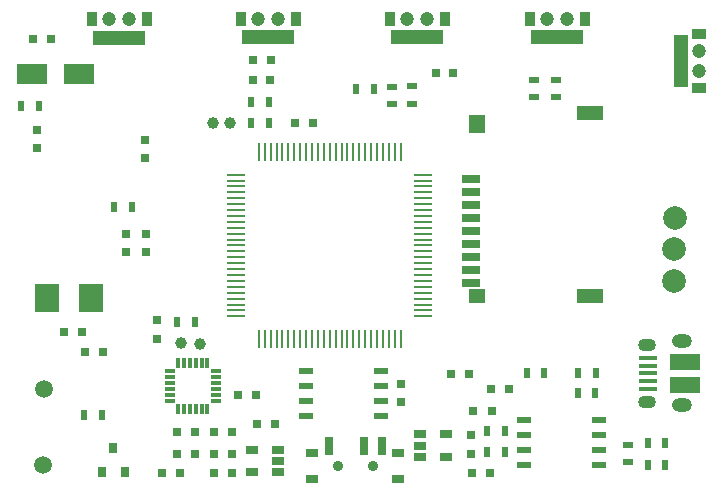
<source format=gbr>
G04 #@! TF.FileFunction,Soldermask,Top*
%FSLAX46Y46*%
G04 Gerber Fmt 4.6, Leading zero omitted, Abs format (unit mm)*
G04 Created by KiCad (PCBNEW 4.0.4-stable) date Tue Feb 14 10:30:05 2017*
%MOMM*%
%LPD*%
G01*
G04 APERTURE LIST*
%ADD10C,0.250000*%
%ADD11R,0.750000X0.800000*%
%ADD12R,0.800000X0.750000*%
%ADD13R,2.200000X1.200000*%
%ADD14R,1.400000X1.600000*%
%ADD15R,1.400000X1.200000*%
%ADD16R,1.600000X0.700000*%
%ADD17R,2.500000X1.800000*%
%ADD18R,0.800000X0.800000*%
%ADD19R,1.650000X0.400000*%
%ADD20O,1.500000X1.100000*%
%ADD21O,1.700000X1.200000*%
%ADD22R,2.500000X1.430000*%
%ADD23C,2.000000*%
%ADD24C,1.500000*%
%ADD25C,1.000000*%
%ADD26R,0.500000X0.900000*%
%ADD27R,0.900000X0.500000*%
%ADD28C,1.200000*%
%ADD29R,0.900000X1.200000*%
%ADD30R,4.500000X1.300000*%
%ADD31R,1.200000X0.900000*%
%ADD32R,1.300000X4.500000*%
%ADD33C,0.900000*%
%ADD34R,0.700000X1.500000*%
%ADD35R,1.000000X0.800000*%
%ADD36R,1.143000X0.508000*%
%ADD37R,1.060000X0.650000*%
%ADD38R,1.500000X0.280000*%
%ADD39R,0.280000X1.500000*%
%ADD40R,0.300000X0.850000*%
%ADD41R,0.850000X0.300000*%
%ADD42R,2.000000X2.400000*%
%ADD43R,0.800000X0.900000*%
G04 APERTURE END LIST*
D10*
D11*
X111780000Y-62710000D03*
X111780000Y-61210000D03*
X102620000Y-61890000D03*
X102620000Y-60390000D03*
D12*
X137690000Y-81020000D03*
X139190000Y-81020000D03*
D11*
X110150000Y-70670000D03*
X110150000Y-69170000D03*
D12*
X126022800Y-59720480D03*
X124522800Y-59720480D03*
X106470000Y-77420000D03*
X104970000Y-77420000D03*
D11*
X111860000Y-70660000D03*
X111860000Y-69160000D03*
D12*
X142583600Y-82316320D03*
X141083600Y-82316320D03*
X113250000Y-89390000D03*
X114750000Y-89390000D03*
X121310000Y-85270000D03*
X122810000Y-85270000D03*
X108240000Y-79130000D03*
X106740000Y-79130000D03*
X103790000Y-52690000D03*
X102290000Y-52690000D03*
X139458000Y-89428320D03*
X140958000Y-89428320D03*
X119130000Y-85910000D03*
X117630000Y-85910000D03*
X119130000Y-89410000D03*
X117630000Y-89410000D03*
X117630000Y-87760000D03*
X119130000Y-87760000D03*
X122410000Y-56140000D03*
X120910000Y-56140000D03*
X136400000Y-55550000D03*
X137900000Y-55550000D03*
D11*
X133500000Y-81890000D03*
X133500000Y-83390000D03*
D12*
X122430000Y-54420000D03*
X120930000Y-54420000D03*
X119646000Y-82804000D03*
X121146000Y-82804000D03*
X114510000Y-87750000D03*
X116010000Y-87750000D03*
X116020000Y-85890000D03*
X114520000Y-85890000D03*
D13*
X149485400Y-58925000D03*
X149485400Y-74425000D03*
D14*
X139885400Y-59825000D03*
D15*
X139885400Y-74425000D03*
D16*
X139385400Y-73275000D03*
X139385400Y-71075000D03*
X139385400Y-72175000D03*
X139385400Y-69975000D03*
X139385400Y-68875000D03*
X139385400Y-67775000D03*
X139385400Y-64475000D03*
X139385400Y-65575000D03*
X139385400Y-66675000D03*
D17*
X102220000Y-55600000D03*
X106220000Y-55600000D03*
D18*
X141170560Y-84185760D03*
X139570560Y-84185760D03*
X139374880Y-86210240D03*
X139374880Y-87810240D03*
X112776000Y-78016000D03*
X112776000Y-76416000D03*
D19*
X154405200Y-82242180D03*
X154405200Y-81592180D03*
X154405200Y-80942180D03*
X154405200Y-80292180D03*
X154405200Y-79642180D03*
D20*
X154285200Y-83362180D03*
X154285200Y-78522180D03*
D21*
X157285200Y-83672180D03*
X157285200Y-78212180D03*
D22*
X157525200Y-81902180D03*
X157525200Y-79982180D03*
D23*
X156630000Y-67780000D03*
D24*
X103150000Y-88740000D03*
D25*
X114800000Y-78400000D03*
X116450000Y-78450000D03*
D24*
X103210000Y-82260000D03*
D23*
X156600000Y-73150000D03*
X156600000Y-70440000D03*
D26*
X101300000Y-58340000D03*
X102800000Y-58340000D03*
X144111280Y-80954880D03*
X145611280Y-80954880D03*
X148459760Y-80954880D03*
X149959760Y-80954880D03*
X148419120Y-82646520D03*
X149919120Y-82646520D03*
D27*
X152664160Y-88491760D03*
X152664160Y-86991760D03*
D26*
X155852560Y-86847680D03*
X154352560Y-86847680D03*
X154352560Y-88696800D03*
X155852560Y-88696800D03*
X142258480Y-85852000D03*
X140758480Y-85852000D03*
X142258480Y-87619840D03*
X140758480Y-87619840D03*
X110690000Y-66890000D03*
X109190000Y-66890000D03*
X106640000Y-84470000D03*
X108140000Y-84470000D03*
X114480000Y-76600000D03*
X115980000Y-76600000D03*
X120758520Y-58011060D03*
X122258520Y-58011060D03*
X120758520Y-59756040D03*
X122258520Y-59756040D03*
D27*
X134432040Y-56643840D03*
X134432040Y-58143840D03*
X132709920Y-56674320D03*
X132709920Y-58174320D03*
D26*
X131143440Y-56921400D03*
X129643440Y-56921400D03*
D27*
X144729200Y-56079960D03*
X144729200Y-57579960D03*
X146601180Y-56079960D03*
X146601180Y-57579960D03*
D28*
X147550000Y-50950000D03*
D29*
X149010000Y-50930000D03*
X144390000Y-50950000D03*
D28*
X145850000Y-50950000D03*
D30*
X146690000Y-52510000D03*
D28*
X135700000Y-50950000D03*
D29*
X137160000Y-50930000D03*
X132540000Y-50950000D03*
D28*
X134000000Y-50950000D03*
D30*
X134840000Y-52510000D03*
D28*
X110470000Y-50980000D03*
D29*
X111930000Y-50960000D03*
X107310000Y-50980000D03*
D28*
X108770000Y-50980000D03*
D30*
X109610000Y-52540000D03*
D28*
X123070000Y-50950000D03*
D29*
X124530000Y-50930000D03*
X119910000Y-50950000D03*
D28*
X121370000Y-50950000D03*
D30*
X122210000Y-52510000D03*
D28*
X158710000Y-55370000D03*
D31*
X158730000Y-56830000D03*
X158710000Y-52210000D03*
D28*
X158710000Y-53670000D03*
D32*
X157150000Y-54510000D03*
D33*
X128100000Y-88840000D03*
X131100000Y-88840000D03*
D34*
X127350000Y-87080000D03*
X130350000Y-87080000D03*
X131850000Y-87080000D03*
D35*
X125950000Y-89940000D03*
X133250000Y-89940000D03*
X133250000Y-87730000D03*
X125950000Y-87730000D03*
D36*
X143891000Y-88734900D03*
X143891000Y-87464900D03*
X143891000Y-86194900D03*
X143891000Y-84924900D03*
X150241000Y-84924900D03*
X150241000Y-86194900D03*
X150241000Y-87464900D03*
X150241000Y-88734900D03*
D37*
X135038920Y-86131360D03*
X135038920Y-87081360D03*
X135038920Y-88031360D03*
X137238920Y-88031360D03*
X137238920Y-86131360D03*
D38*
X119526720Y-64129400D03*
X119526720Y-64629400D03*
X119526720Y-65129400D03*
X119526720Y-65629400D03*
X119526720Y-66129400D03*
X119526720Y-66629400D03*
X119526720Y-67129400D03*
X119526720Y-67629400D03*
X119526720Y-68129400D03*
X119526720Y-68629400D03*
X119526720Y-69129400D03*
X119526720Y-69629400D03*
X119526720Y-70129400D03*
X119526720Y-70629400D03*
X119526720Y-71129400D03*
X119526720Y-71629400D03*
X119526720Y-72129400D03*
X119526720Y-72629400D03*
X119526720Y-73129400D03*
X119526720Y-73629400D03*
X119526720Y-74129400D03*
X119526720Y-74629400D03*
X119526720Y-75129400D03*
X119526720Y-75629400D03*
X119526720Y-76129400D03*
D39*
X121426720Y-78029400D03*
X121926720Y-78029400D03*
X122426720Y-78029400D03*
X122926720Y-78029400D03*
X123426720Y-78029400D03*
X123926720Y-78029400D03*
X124426720Y-78029400D03*
X124926720Y-78029400D03*
X125426720Y-78029400D03*
X125926720Y-78029400D03*
X126426720Y-78029400D03*
X126926720Y-78029400D03*
X127426720Y-78029400D03*
X127926720Y-78029400D03*
X128426720Y-78029400D03*
X128926720Y-78029400D03*
X129426720Y-78029400D03*
X129926720Y-78029400D03*
X130426720Y-78029400D03*
X130926720Y-78029400D03*
X131426720Y-78029400D03*
X131926720Y-78029400D03*
X132426720Y-78029400D03*
X132926720Y-78029400D03*
X133426720Y-78029400D03*
D38*
X135326720Y-76129400D03*
X135326720Y-75629400D03*
X135326720Y-75129400D03*
X135326720Y-74629400D03*
X135326720Y-74129400D03*
X135326720Y-73629400D03*
X135326720Y-73129400D03*
X135326720Y-72629400D03*
X135326720Y-72129400D03*
X135326720Y-71629400D03*
X135326720Y-71129400D03*
X135326720Y-70629400D03*
X135326720Y-70129400D03*
X135326720Y-69629400D03*
X135326720Y-69129400D03*
X135326720Y-68629400D03*
X135326720Y-68129400D03*
X135326720Y-67629400D03*
X135326720Y-67129400D03*
X135326720Y-66629400D03*
X135326720Y-66129400D03*
X135326720Y-65629400D03*
X135326720Y-65129400D03*
X135326720Y-64629400D03*
X135326720Y-64129400D03*
D39*
X133426720Y-62229400D03*
X132926720Y-62229400D03*
X132426720Y-62229400D03*
X131926720Y-62229400D03*
X131426720Y-62229400D03*
X130926720Y-62229400D03*
X130426720Y-62229400D03*
X129926720Y-62229400D03*
X129426720Y-62229400D03*
X128926720Y-62229400D03*
X128426720Y-62229400D03*
X127926720Y-62229400D03*
X127426720Y-62229400D03*
X126926720Y-62229400D03*
X126426720Y-62229400D03*
X125926720Y-62229400D03*
X125426720Y-62229400D03*
X124926720Y-62229400D03*
X124426720Y-62229400D03*
X123926720Y-62229400D03*
X123426720Y-62229400D03*
X122926720Y-62229400D03*
X122426720Y-62229400D03*
X121926720Y-62229400D03*
X121426720Y-62229400D03*
D37*
X123060000Y-89350000D03*
X123060000Y-88400000D03*
X123060000Y-87450000D03*
X120860000Y-87450000D03*
X120860000Y-89350000D03*
D36*
X131755000Y-80745000D03*
X131755000Y-82015000D03*
X131755000Y-83285000D03*
X131755000Y-84555000D03*
X125405000Y-84555000D03*
X125405000Y-83285000D03*
X125405000Y-82015000D03*
X125405000Y-80745000D03*
D40*
X117074000Y-80092000D03*
X116574000Y-80092000D03*
X116074000Y-80092000D03*
X115574000Y-80092000D03*
X115074000Y-80092000D03*
X114574000Y-80092000D03*
D41*
X113874000Y-80792000D03*
X113874000Y-81292000D03*
X113874000Y-81792000D03*
X113874000Y-82292000D03*
X113874000Y-82792000D03*
X113874000Y-83292000D03*
D40*
X114574000Y-83992000D03*
X115074000Y-83992000D03*
X115574000Y-83992000D03*
X116074000Y-83992000D03*
X116574000Y-83992000D03*
X117074000Y-83992000D03*
D41*
X117774000Y-83292000D03*
X117774000Y-82792000D03*
X117774000Y-82292000D03*
X117774000Y-81792000D03*
X117774000Y-81292000D03*
X117774000Y-80792000D03*
D42*
X103530000Y-74600000D03*
X107230000Y-74600000D03*
D25*
X119020000Y-59790000D03*
X117520000Y-59790000D03*
D43*
X108170000Y-89280000D03*
X110070000Y-89280000D03*
X109120000Y-87280000D03*
M02*

</source>
